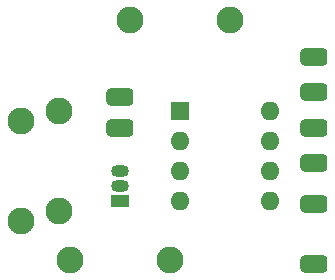
<source format=gbr>
%TF.GenerationSoftware,KiCad,Pcbnew,7.0.6-0*%
%TF.CreationDate,2023-07-26T14:31:40-04:00*%
%TF.ProjectId,Sleep_Apnea,536c6565-705f-4417-906e-65612e6b6963,rev?*%
%TF.SameCoordinates,Original*%
%TF.FileFunction,Soldermask,Top*%
%TF.FilePolarity,Negative*%
%FSLAX46Y46*%
G04 Gerber Fmt 4.6, Leading zero omitted, Abs format (unit mm)*
G04 Created by KiCad (PCBNEW 7.0.6-0) date 2023-07-26 14:31:40*
%MOMM*%
%LPD*%
G01*
G04 APERTURE LIST*
G04 Aperture macros list*
%AMRoundRect*
0 Rectangle with rounded corners*
0 $1 Rounding radius*
0 $2 $3 $4 $5 $6 $7 $8 $9 X,Y pos of 4 corners*
0 Add a 4 corners polygon primitive as box body*
4,1,4,$2,$3,$4,$5,$6,$7,$8,$9,$2,$3,0*
0 Add four circle primitives for the rounded corners*
1,1,$1+$1,$2,$3*
1,1,$1+$1,$4,$5*
1,1,$1+$1,$6,$7*
1,1,$1+$1,$8,$9*
0 Add four rect primitives between the rounded corners*
20,1,$1+$1,$2,$3,$4,$5,0*
20,1,$1+$1,$4,$5,$6,$7,0*
20,1,$1+$1,$6,$7,$8,$9,0*
20,1,$1+$1,$8,$9,$2,$3,0*%
%AMFreePoly0*
4,1,35,0.312797,1.099367,0.509479,1.023172,0.688811,0.912134,0.844687,0.770034,0.971798,0.601712,1.065816,0.412899,1.123538,0.210026,1.143000,0.000000,1.123538,-0.210026,1.065816,-0.412899,0.971798,-0.601712,0.844687,-0.770034,0.688811,-0.912134,0.509479,-1.023172,0.312797,-1.099367,0.105463,-1.138124,-0.105463,-1.138124,-0.312797,-1.099367,-0.509479,-1.023172,-0.688811,-0.912134,
-0.844687,-0.770034,-0.971798,-0.601712,-1.065816,-0.412899,-1.123538,-0.210026,-1.143000,0.000000,-1.123538,0.210026,-1.065816,0.412899,-0.971798,0.601712,-0.844687,0.770034,-0.688811,0.912134,-0.509479,1.023172,-0.312797,1.099367,-0.105463,1.138124,0.105463,1.138124,0.312797,1.099367,0.312797,1.099367,$1*%
G04 Aperture macros list end*
%ADD10RoundRect,0.381000X0.762000X0.381000X-0.762000X0.381000X-0.762000X-0.381000X0.762000X-0.381000X0*%
%ADD11FreePoly0,90.000000*%
%ADD12FreePoly0,0.000000*%
%ADD13R,1.600000X1.600000*%
%ADD14O,1.600000X1.600000*%
%ADD15RoundRect,0.381000X-0.762000X-0.381000X0.762000X-0.381000X0.762000X0.381000X-0.762000X0.381000X0*%
%ADD16R,1.500000X1.050000*%
%ADD17O,1.500000X1.050000*%
%ADD18FreePoly0,270.000000*%
G04 APERTURE END LIST*
D10*
%TO.C,U4*%
X148460000Y-114540000D03*
X148460000Y-109460000D03*
%TD*%
D11*
%TO.C,R4*%
X123730000Y-110930000D03*
X123730000Y-102430000D03*
%TD*%
D12*
%TO.C,R1*%
X127830000Y-114200000D03*
X136330000Y-114200000D03*
%TD*%
D13*
%TO.C,U1*%
X137160000Y-101600000D03*
D14*
X137160000Y-104140000D03*
X137160000Y-106680000D03*
X137160000Y-109220000D03*
X144780000Y-109220000D03*
X144780000Y-106680000D03*
X144780000Y-104140000D03*
X144780000Y-101600000D03*
%TD*%
D15*
%TO.C,U3*%
X132080000Y-100400000D03*
X132080000Y-103000000D03*
%TD*%
D12*
%TO.C,R2*%
X132910000Y-93880000D03*
X141410000Y-93880000D03*
%TD*%
D15*
%TO.C,U2*%
X148500000Y-97000000D03*
X148500000Y-100000000D03*
X148500000Y-103000000D03*
X148500000Y-106000000D03*
%TD*%
D16*
%TO.C,Q1*%
X132080000Y-109220000D03*
D17*
X132080000Y-107950000D03*
X132080000Y-106680000D03*
%TD*%
D18*
%TO.C,R3*%
X126900000Y-101600000D03*
X126900000Y-110100000D03*
%TD*%
M02*

</source>
